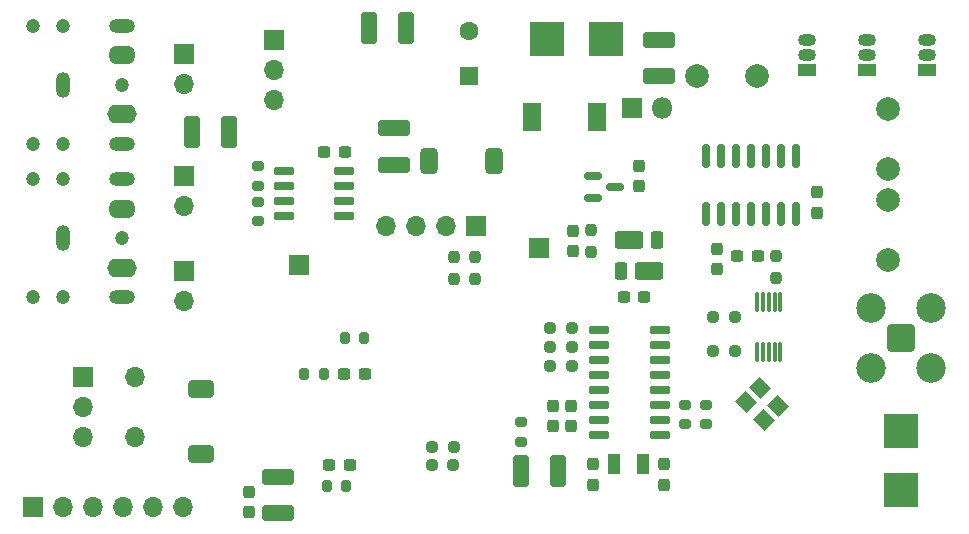
<source format=gbr>
%TF.GenerationSoftware,KiCad,Pcbnew,8.0.2*%
%TF.CreationDate,2025-04-20T12:58:55+12:00*%
%TF.ProjectId,summit_scourer,73756d6d-6974-45f7-9363-6f757265722e,rev?*%
%TF.SameCoordinates,Original*%
%TF.FileFunction,Soldermask,Top*%
%TF.FilePolarity,Negative*%
%FSLAX46Y46*%
G04 Gerber Fmt 4.6, Leading zero omitted, Abs format (unit mm)*
G04 Created by KiCad (PCBNEW 8.0.2) date 2025-04-20 12:58:55*
%MOMM*%
%LPD*%
G01*
G04 APERTURE LIST*
G04 Aperture macros list*
%AMRoundRect*
0 Rectangle with rounded corners*
0 $1 Rounding radius*
0 $2 $3 $4 $5 $6 $7 $8 $9 X,Y pos of 4 corners*
0 Add a 4 corners polygon primitive as box body*
4,1,4,$2,$3,$4,$5,$6,$7,$8,$9,$2,$3,0*
0 Add four circle primitives for the rounded corners*
1,1,$1+$1,$2,$3*
1,1,$1+$1,$4,$5*
1,1,$1+$1,$6,$7*
1,1,$1+$1,$8,$9*
0 Add four rect primitives between the rounded corners*
20,1,$1+$1,$2,$3,$4,$5,0*
20,1,$1+$1,$4,$5,$6,$7,0*
20,1,$1+$1,$6,$7,$8,$9,0*
20,1,$1+$1,$8,$9,$2,$3,0*%
%AMRotRect*
0 Rectangle, with rotation*
0 The origin of the aperture is its center*
0 $1 length*
0 $2 width*
0 $3 Rotation angle, in degrees counterclockwise*
0 Add horizontal line*
21,1,$1,$2,0,0,$3*%
G04 Aperture macros list end*
%ADD10R,1.700000X1.700000*%
%ADD11O,1.700000X1.700000*%
%ADD12RoundRect,0.237500X0.250000X0.237500X-0.250000X0.237500X-0.250000X-0.237500X0.250000X-0.237500X0*%
%ADD13RoundRect,0.237500X-0.300000X-0.237500X0.300000X-0.237500X0.300000X0.237500X-0.300000X0.237500X0*%
%ADD14RoundRect,0.237500X-0.237500X0.300000X-0.237500X-0.300000X0.237500X-0.300000X0.237500X0.300000X0*%
%ADD15RoundRect,0.237500X0.237500X-0.250000X0.237500X0.250000X-0.237500X0.250000X-0.237500X-0.250000X0*%
%ADD16RoundRect,0.200000X-0.275000X0.200000X-0.275000X-0.200000X0.275000X-0.200000X0.275000X0.200000X0*%
%ADD17RoundRect,0.237500X-0.237500X0.250000X-0.237500X-0.250000X0.237500X-0.250000X0.237500X0.250000X0*%
%ADD18RoundRect,0.250000X0.412500X1.100000X-0.412500X1.100000X-0.412500X-1.100000X0.412500X-1.100000X0*%
%ADD19RoundRect,0.150000X-0.725000X-0.150000X0.725000X-0.150000X0.725000X0.150000X-0.725000X0.150000X0*%
%ADD20RoundRect,0.375000X0.725000X-0.375000X0.725000X0.375000X-0.725000X0.375000X-0.725000X-0.375000X0*%
%ADD21R,1.500000X2.400000*%
%ADD22RoundRect,0.250000X1.100000X-0.412500X1.100000X0.412500X-1.100000X0.412500X-1.100000X-0.412500X0*%
%ADD23RoundRect,0.250000X-0.950000X-0.500000X0.950000X-0.500000X0.950000X0.500000X-0.950000X0.500000X0*%
%ADD24RoundRect,0.250000X-0.275000X-0.500000X0.275000X-0.500000X0.275000X0.500000X-0.275000X0.500000X0*%
%ADD25RoundRect,0.087500X0.087500X-0.725000X0.087500X0.725000X-0.087500X0.725000X-0.087500X-0.725000X0*%
%ADD26RoundRect,0.237500X-0.250000X-0.237500X0.250000X-0.237500X0.250000X0.237500X-0.250000X0.237500X0*%
%ADD27RoundRect,0.200000X0.200000X0.275000X-0.200000X0.275000X-0.200000X-0.275000X0.200000X-0.275000X0*%
%ADD28RoundRect,0.250000X-1.100000X0.412500X-1.100000X-0.412500X1.100000X-0.412500X1.100000X0.412500X0*%
%ADD29RoundRect,0.200000X-0.200000X-0.275000X0.200000X-0.275000X0.200000X0.275000X-0.200000X0.275000X0*%
%ADD30RoundRect,0.250000X0.950000X0.500000X-0.950000X0.500000X-0.950000X-0.500000X0.950000X-0.500000X0*%
%ADD31RoundRect,0.250000X0.275000X0.500000X-0.275000X0.500000X-0.275000X-0.500000X0.275000X-0.500000X0*%
%ADD32R,3.000000X3.000000*%
%ADD33C,2.000000*%
%ADD34RoundRect,0.200000X0.275000X-0.200000X0.275000X0.200000X-0.275000X0.200000X-0.275000X-0.200000X0*%
%ADD35R,1.500000X1.050000*%
%ADD36O,1.500000X1.050000*%
%ADD37RoundRect,0.237500X0.300000X0.237500X-0.300000X0.237500X-0.300000X-0.237500X0.300000X-0.237500X0*%
%ADD38RotRect,1.400000X1.200000X315.000000*%
%ADD39RoundRect,0.237500X0.237500X-0.300000X0.237500X0.300000X-0.237500X0.300000X-0.237500X-0.300000X0*%
%ADD40RoundRect,0.200100X-0.949900X0.949900X-0.949900X-0.949900X0.949900X-0.949900X0.949900X0.949900X0*%
%ADD41C,2.500000*%
%ADD42C,1.200000*%
%ADD43O,2.200000X1.200000*%
%ADD44O,2.300000X1.600000*%
%ADD45O,1.200000X2.200000*%
%ADD46O,2.500000X1.600000*%
%ADD47RoundRect,0.250000X-0.412500X-1.100000X0.412500X-1.100000X0.412500X1.100000X-0.412500X1.100000X0*%
%ADD48RoundRect,0.150000X-0.150000X0.825000X-0.150000X-0.825000X0.150000X-0.825000X0.150000X0.825000X0*%
%ADD49RoundRect,0.150000X0.725000X0.150000X-0.725000X0.150000X-0.725000X-0.150000X0.725000X-0.150000X0*%
%ADD50R,1.800000X1.800000*%
%ADD51O,1.800000X1.800000*%
%ADD52R,1.600000X1.600000*%
%ADD53C,1.600000*%
%ADD54RoundRect,0.150000X-0.587500X-0.150000X0.587500X-0.150000X0.587500X0.150000X-0.587500X0.150000X0*%
%ADD55RoundRect,0.375000X0.375000X0.725000X-0.375000X0.725000X-0.375000X-0.725000X0.375000X-0.725000X0*%
%ADD56R,1.000000X1.800000*%
G04 APERTURE END LIST*
D10*
%TO.C,MK1*%
X121100000Y-89975000D03*
D11*
X121100000Y-92515000D03*
%TD*%
D12*
%TO.C,R25*%
X153887499Y-106100000D03*
X152062499Y-106100000D03*
%TD*%
%TO.C,R26*%
X153900000Y-104500000D03*
X152075000Y-104500000D03*
%TD*%
D13*
%TO.C,C5*%
X158325000Y-100250000D03*
X160050002Y-100250000D03*
%TD*%
D14*
%TO.C,C35*%
X126575000Y-116750000D03*
X126575000Y-118475002D03*
%TD*%
D15*
%TO.C,R5*%
X145700000Y-98712500D03*
X145700000Y-96887500D03*
%TD*%
D16*
%TO.C,R29*%
X165250000Y-109375000D03*
X165250000Y-111025000D03*
%TD*%
D17*
%TO.C,R32*%
X171200000Y-96787500D03*
X171200000Y-98612500D03*
%TD*%
D18*
%TO.C,C15*%
X152762500Y-115000000D03*
X149637500Y-115000000D03*
%TD*%
D19*
%TO.C,U6*%
X129500000Y-89595001D03*
X129500000Y-90865000D03*
X129500000Y-92135000D03*
X129500000Y-93404999D03*
X134650000Y-93404999D03*
X134650000Y-92135000D03*
X134650000Y-90865000D03*
X134650000Y-89595001D03*
%TD*%
D20*
%TO.C,L5*%
X122542500Y-113550000D03*
X122542500Y-108050000D03*
%TD*%
D21*
%TO.C,L8*%
X156075000Y-85000000D03*
X150575000Y-85000000D03*
%TD*%
D17*
%TO.C,R10*%
X143900000Y-96887500D03*
X143900000Y-98712500D03*
%TD*%
D22*
%TO.C,C59*%
X138825000Y-89062500D03*
X138825000Y-85937500D03*
%TD*%
D13*
%TO.C,C21*%
X134637500Y-106750000D03*
X136362500Y-106750000D03*
%TD*%
D23*
%TO.C,D4*%
X160437501Y-98000000D03*
D24*
X158062501Y-98000000D03*
%TD*%
D25*
%TO.C,U3*%
X169575000Y-104862500D03*
X170075001Y-104862500D03*
X170575000Y-104862500D03*
X171074999Y-104862500D03*
X171575000Y-104862500D03*
X171575000Y-100637500D03*
X171074999Y-100637500D03*
X170575000Y-100637500D03*
X170075001Y-100637500D03*
X169575000Y-100637500D03*
%TD*%
D10*
%TO.C,J8*%
X145820000Y-94250000D03*
D11*
X143280000Y-94250000D03*
X140740001Y-94250000D03*
X138200000Y-94250000D03*
%TD*%
D26*
%TO.C,R3*%
X142037500Y-114450000D03*
X143862500Y-114450000D03*
%TD*%
D27*
%TO.C,R40*%
X134825000Y-116250000D03*
X133175000Y-116250000D03*
%TD*%
D28*
%TO.C,C32*%
X129075000Y-115437500D03*
X129075000Y-118562500D03*
%TD*%
D29*
%TO.C,R35*%
X131250000Y-106750000D03*
X132900000Y-106750000D03*
%TD*%
D30*
%TO.C,D3*%
X158737501Y-95400000D03*
D31*
X161112501Y-95400000D03*
%TD*%
D32*
%TO.C,H2*%
X151825000Y-78400000D03*
%TD*%
D33*
%TO.C,L6*%
X180675000Y-92025000D03*
X180675000Y-97105000D03*
%TD*%
D10*
%TO.C,RV1*%
X128700000Y-78450000D03*
D11*
X128700000Y-80990000D03*
X128700000Y-83529999D03*
%TD*%
D29*
%TO.C,R53*%
X134675000Y-103750000D03*
X136325000Y-103750000D03*
%TD*%
D14*
%TO.C,C16*%
X153850000Y-109437499D03*
X153850000Y-111162501D03*
%TD*%
D33*
%TO.C,L1*%
X164495001Y-81500000D03*
X169575000Y-81500000D03*
%TD*%
D34*
%TO.C,R31*%
X127325000Y-93825000D03*
X127325000Y-92175000D03*
%TD*%
D35*
%TO.C,Q1*%
X173825000Y-81020001D03*
D36*
X173825000Y-79750000D03*
X173825000Y-78480001D03*
%TD*%
D13*
%TO.C,C31*%
X133387500Y-114500000D03*
X135112500Y-114500000D03*
%TD*%
D37*
%TO.C,C7*%
X169662501Y-96800000D03*
X167937499Y-96800000D03*
%TD*%
D38*
%TO.C,Y3*%
X168621142Y-109123223D03*
X170176777Y-110678858D03*
X171378858Y-109476777D03*
X169823223Y-107921142D03*
%TD*%
D12*
%TO.C,R4*%
X143912500Y-112900000D03*
X142087500Y-112900000D03*
%TD*%
D26*
%TO.C,R1*%
X165887500Y-104800000D03*
X167712500Y-104800000D03*
%TD*%
D32*
%TO.C,H4*%
X181800000Y-116550000D03*
%TD*%
D10*
%TO.C,J7*%
X108300000Y-118000000D03*
D11*
X110840000Y-118000000D03*
X113379999Y-118000000D03*
X115920000Y-118000000D03*
X118460000Y-118000000D03*
X121000000Y-118000000D03*
%TD*%
D33*
%TO.C,L3*%
X180700000Y-84360000D03*
X180700000Y-89440000D03*
%TD*%
D39*
%TO.C,C2*%
X159600000Y-90862501D03*
X159600000Y-89137499D03*
%TD*%
%TO.C,C20*%
X174635000Y-93112501D03*
X174635000Y-91387499D03*
%TD*%
D14*
%TO.C,C3*%
X155725000Y-114412498D03*
X155725000Y-116137500D03*
%TD*%
D10*
%TO.C,TP2*%
X151100000Y-96100000D03*
%TD*%
D40*
%TO.C,J2*%
X181800000Y-103750000D03*
D41*
X184340000Y-101210000D03*
X179260000Y-101210000D03*
X184340000Y-106290000D03*
X179260000Y-106290000D03*
%TD*%
D32*
%TO.C,H1*%
X156825000Y-78400000D03*
%TD*%
D10*
%TO.C,SW7*%
X121100000Y-98000000D03*
D11*
X121100000Y-100540000D03*
%TD*%
D16*
%TO.C,R28*%
X163525000Y-109375000D03*
X163525000Y-111025000D03*
%TD*%
D42*
%TO.C,J4*%
X110800000Y-77250000D03*
X108300000Y-77250000D03*
X115800000Y-82250000D03*
X110800000Y-87250000D03*
X108300000Y-87250000D03*
D43*
X115800000Y-77250000D03*
D44*
X115800000Y-79750000D03*
D45*
X110800000Y-82250000D03*
D43*
X115800000Y-87250000D03*
D46*
X115800000Y-84750000D03*
%TD*%
D47*
%TO.C,C18*%
X121762500Y-86250000D03*
X124887500Y-86250000D03*
%TD*%
D14*
%TO.C,C4*%
X161725000Y-114412499D03*
X161725000Y-116137501D03*
%TD*%
D34*
%TO.C,R30*%
X127325000Y-90825000D03*
X127325000Y-89175000D03*
%TD*%
D14*
%TO.C,C1*%
X154000000Y-94637499D03*
X154000000Y-96362501D03*
%TD*%
D48*
%TO.C,U8*%
X172885000Y-88275000D03*
X171615000Y-88275000D03*
X170345000Y-88275000D03*
X169075000Y-88275000D03*
X167805000Y-88275000D03*
X166535000Y-88275000D03*
X165265000Y-88275000D03*
X165265000Y-93225000D03*
X166535000Y-93225000D03*
X167805000Y-93225000D03*
X169075000Y-93225000D03*
X170345000Y-93225000D03*
X171615000Y-93225000D03*
X172885000Y-93225000D03*
%TD*%
D35*
%TO.C,Q4*%
X183974999Y-81020001D03*
D36*
X183974999Y-79750000D03*
X183974999Y-78480001D03*
%TD*%
D14*
%TO.C,C8*%
X166200000Y-96137499D03*
X166200000Y-97862501D03*
%TD*%
D34*
%TO.C,R7*%
X149600000Y-112475000D03*
X149600000Y-110825000D03*
%TD*%
D47*
%TO.C,C58*%
X136762500Y-77500000D03*
X139887500Y-77500000D03*
%TD*%
D37*
%TO.C,C17*%
X134687501Y-88000000D03*
X132962499Y-88000000D03*
%TD*%
D49*
%TO.C,U1*%
X161400000Y-111945001D03*
X161400000Y-110675000D03*
X161400000Y-109404999D03*
X161400000Y-108135000D03*
X161400000Y-106865000D03*
X161400000Y-105595001D03*
X161400000Y-104325000D03*
X161400000Y-103054999D03*
X156250000Y-103054999D03*
X156250000Y-104325000D03*
X156250000Y-105595001D03*
X156250000Y-106865000D03*
X156250000Y-108135000D03*
X156250000Y-109404999D03*
X156250000Y-110675000D03*
X156250000Y-111945001D03*
%TD*%
D14*
%TO.C,C13*%
X152350000Y-109437499D03*
X152350000Y-111162501D03*
%TD*%
D50*
%TO.C,D5*%
X159030000Y-84250000D03*
D51*
X161570000Y-84250000D03*
%TD*%
D10*
%TO.C,TP1*%
X130825000Y-97500000D03*
%TD*%
D52*
%TO.C,C54*%
X145200000Y-81552651D03*
D53*
X145200000Y-77752651D03*
%TD*%
D54*
%TO.C,Q2*%
X155662500Y-89950000D03*
X155662500Y-91850000D03*
X157537501Y-90900000D03*
%TD*%
D26*
%TO.C,R2*%
X165887500Y-101950000D03*
X167712500Y-101950000D03*
%TD*%
D55*
%TO.C,L2*%
X147325000Y-88750000D03*
X141825000Y-88750000D03*
%TD*%
D15*
%TO.C,R43*%
X155575000Y-96412500D03*
X155575000Y-94587500D03*
%TD*%
D10*
%TO.C,SW8*%
X112500000Y-106975000D03*
D11*
X112500000Y-112055000D03*
X112500000Y-109515000D03*
X116900000Y-106975000D03*
X116900000Y-112075000D03*
%TD*%
D42*
%TO.C,J3*%
X110800000Y-90250000D03*
X108300000Y-90250000D03*
X115800000Y-95250000D03*
X110800000Y-100250000D03*
X108300000Y-100250000D03*
D43*
X115800000Y-90250000D03*
D44*
X115800000Y-92750000D03*
D45*
X110800000Y-95250000D03*
D43*
X115800000Y-100250000D03*
D46*
X115800000Y-97750000D03*
%TD*%
D22*
%TO.C,C23*%
X161325000Y-81562500D03*
X161325000Y-78437500D03*
%TD*%
D12*
%TO.C,R27*%
X153887499Y-102900000D03*
X152062499Y-102900000D03*
%TD*%
D10*
%TO.C,J5*%
X121100000Y-79700000D03*
D11*
X121100000Y-82240000D03*
%TD*%
D35*
%TO.C,Q3*%
X178935000Y-81020001D03*
D36*
X178935000Y-79750000D03*
X178935000Y-78480001D03*
%TD*%
D32*
%TO.C,H3*%
X181800000Y-111550000D03*
%TD*%
D56*
%TO.C,Y1*%
X159974999Y-114375000D03*
X157475001Y-114375000D03*
%TD*%
M02*

</source>
